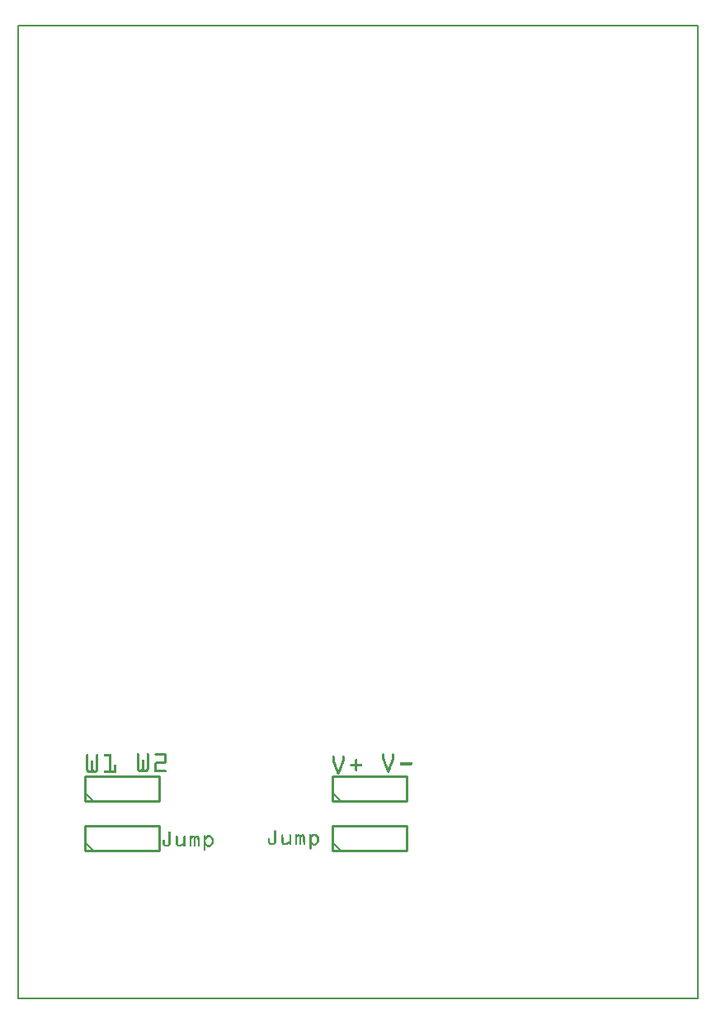
<source format=gto>
G04 MADE WITH FRITZING*
G04 WWW.FRITZING.ORG*
G04 DOUBLE SIDED*
G04 HOLES PLATED*
G04 CONTOUR ON CENTER OF CONTOUR VECTOR*
%ASAXBY*%
%FSLAX23Y23*%
%MOIN*%
%OFA0B0*%
%SFA1.0B1.0*%
%ADD10R,2.755910X3.937010X2.739910X3.921010*%
%ADD11C,0.008000*%
%ADD12C,0.010000*%
%ADD13C,0.005000*%
%ADD14R,0.001000X0.001000*%
%LNSILK1*%
G90*
G70*
G54D11*
X4Y3933D02*
X2752Y3933D01*
X2752Y4D01*
X4Y4D01*
X4Y3933D01*
D02*
G54D12*
X274Y800D02*
X574Y800D01*
D02*
X574Y800D02*
X574Y900D01*
D02*
X574Y900D02*
X274Y900D01*
D02*
X274Y900D02*
X274Y800D01*
G54D13*
D02*
X309Y800D02*
X274Y835D01*
G54D12*
D02*
X1274Y800D02*
X1574Y800D01*
D02*
X1574Y800D02*
X1574Y900D01*
D02*
X1574Y900D02*
X1274Y900D01*
D02*
X1274Y900D02*
X1274Y800D01*
G54D13*
D02*
X1309Y800D02*
X1274Y835D01*
G54D12*
D02*
X1274Y600D02*
X1574Y600D01*
D02*
X1574Y600D02*
X1574Y700D01*
D02*
X1574Y700D02*
X1274Y700D01*
D02*
X1274Y700D02*
X1274Y600D01*
G54D13*
D02*
X1309Y600D02*
X1274Y635D01*
G54D12*
D02*
X274Y600D02*
X574Y600D01*
D02*
X574Y600D02*
X574Y700D01*
D02*
X574Y700D02*
X274Y700D01*
D02*
X274Y700D02*
X274Y600D01*
G54D13*
D02*
X309Y600D02*
X274Y635D01*
G54D14*
X487Y995D02*
X490Y995D01*
X527Y995D02*
X530Y995D01*
X559Y995D02*
X597Y995D01*
X486Y994D02*
X492Y994D01*
X525Y994D02*
X531Y994D01*
X558Y994D02*
X600Y994D01*
X485Y993D02*
X492Y993D01*
X525Y993D02*
X532Y993D01*
X557Y993D02*
X601Y993D01*
X1478Y993D02*
X1482Y993D01*
X1518Y993D02*
X1522Y993D01*
X484Y992D02*
X493Y992D01*
X524Y992D02*
X533Y992D01*
X556Y992D02*
X602Y992D01*
X1477Y992D02*
X1483Y992D01*
X1517Y992D02*
X1523Y992D01*
X281Y991D02*
X286Y991D01*
X321Y991D02*
X326Y991D01*
X353Y991D02*
X380Y991D01*
X484Y991D02*
X493Y991D01*
X524Y991D02*
X533Y991D01*
X556Y991D02*
X603Y991D01*
X1476Y991D02*
X1484Y991D01*
X1516Y991D02*
X1524Y991D01*
X280Y990D02*
X287Y990D01*
X320Y990D02*
X327Y990D01*
X352Y990D02*
X380Y990D01*
X484Y990D02*
X493Y990D01*
X524Y990D02*
X533Y990D01*
X556Y990D02*
X604Y990D01*
X1476Y990D02*
X1485Y990D01*
X1516Y990D02*
X1524Y990D01*
X279Y989D02*
X288Y989D01*
X319Y989D02*
X327Y989D01*
X351Y989D02*
X380Y989D01*
X484Y989D02*
X493Y989D01*
X524Y989D02*
X533Y989D01*
X556Y989D02*
X604Y989D01*
X1476Y989D02*
X1485Y989D01*
X1515Y989D02*
X1524Y989D01*
X279Y988D02*
X288Y988D01*
X319Y988D02*
X328Y988D01*
X351Y988D02*
X380Y988D01*
X484Y988D02*
X493Y988D01*
X524Y988D02*
X533Y988D01*
X557Y988D02*
X604Y988D01*
X1476Y988D02*
X1485Y988D01*
X1515Y988D02*
X1524Y988D01*
X279Y987D02*
X288Y987D01*
X319Y987D02*
X328Y987D01*
X351Y987D02*
X380Y987D01*
X484Y987D02*
X493Y987D01*
X524Y987D02*
X533Y987D01*
X557Y987D02*
X605Y987D01*
X1476Y987D02*
X1485Y987D01*
X1515Y987D02*
X1524Y987D01*
X279Y986D02*
X288Y986D01*
X319Y986D02*
X328Y986D01*
X351Y986D02*
X380Y986D01*
X484Y986D02*
X493Y986D01*
X524Y986D02*
X533Y986D01*
X558Y986D02*
X605Y986D01*
X1476Y986D02*
X1485Y986D01*
X1515Y986D02*
X1524Y986D01*
X279Y985D02*
X288Y985D01*
X319Y985D02*
X328Y985D01*
X351Y985D02*
X380Y985D01*
X484Y985D02*
X493Y985D01*
X524Y985D02*
X533Y985D01*
X596Y985D02*
X605Y985D01*
X1277Y985D02*
X1279Y985D01*
X1317Y985D02*
X1319Y985D01*
X1476Y985D02*
X1485Y985D01*
X1515Y985D02*
X1524Y985D01*
X279Y984D02*
X288Y984D01*
X319Y984D02*
X328Y984D01*
X352Y984D02*
X380Y984D01*
X484Y984D02*
X493Y984D01*
X524Y984D02*
X533Y984D01*
X596Y984D02*
X605Y984D01*
X1276Y984D02*
X1281Y984D01*
X1315Y984D02*
X1321Y984D01*
X1476Y984D02*
X1485Y984D01*
X1515Y984D02*
X1524Y984D01*
X279Y983D02*
X288Y983D01*
X319Y983D02*
X328Y983D01*
X353Y983D02*
X380Y983D01*
X484Y983D02*
X493Y983D01*
X524Y983D02*
X533Y983D01*
X596Y983D02*
X605Y983D01*
X1275Y983D02*
X1282Y983D01*
X1314Y983D02*
X1322Y983D01*
X1476Y983D02*
X1485Y983D01*
X1515Y983D02*
X1524Y983D01*
X279Y982D02*
X288Y982D01*
X319Y982D02*
X328Y982D01*
X355Y982D02*
X380Y982D01*
X484Y982D02*
X493Y982D01*
X524Y982D02*
X533Y982D01*
X596Y982D02*
X605Y982D01*
X1274Y982D02*
X1283Y982D01*
X1314Y982D02*
X1322Y982D01*
X1476Y982D02*
X1485Y982D01*
X1515Y982D02*
X1524Y982D01*
X279Y981D02*
X288Y981D01*
X319Y981D02*
X328Y981D01*
X371Y981D02*
X380Y981D01*
X484Y981D02*
X493Y981D01*
X524Y981D02*
X533Y981D01*
X596Y981D02*
X605Y981D01*
X1274Y981D02*
X1283Y981D01*
X1314Y981D02*
X1323Y981D01*
X1476Y981D02*
X1485Y981D01*
X1515Y981D02*
X1524Y981D01*
X279Y980D02*
X288Y980D01*
X319Y980D02*
X328Y980D01*
X371Y980D02*
X380Y980D01*
X484Y980D02*
X493Y980D01*
X524Y980D02*
X533Y980D01*
X596Y980D02*
X605Y980D01*
X1274Y980D02*
X1283Y980D01*
X1314Y980D02*
X1323Y980D01*
X1476Y980D02*
X1485Y980D01*
X1515Y980D02*
X1524Y980D01*
X279Y979D02*
X288Y979D01*
X319Y979D02*
X328Y979D01*
X371Y979D02*
X380Y979D01*
X484Y979D02*
X493Y979D01*
X524Y979D02*
X533Y979D01*
X596Y979D02*
X605Y979D01*
X1274Y979D02*
X1283Y979D01*
X1314Y979D02*
X1323Y979D01*
X1476Y979D02*
X1485Y979D01*
X1515Y979D02*
X1524Y979D01*
X279Y978D02*
X288Y978D01*
X319Y978D02*
X328Y978D01*
X371Y978D02*
X380Y978D01*
X484Y978D02*
X493Y978D01*
X524Y978D02*
X533Y978D01*
X596Y978D02*
X605Y978D01*
X1274Y978D02*
X1283Y978D01*
X1314Y978D02*
X1323Y978D01*
X1476Y978D02*
X1485Y978D01*
X1515Y978D02*
X1524Y978D01*
X279Y977D02*
X288Y977D01*
X319Y977D02*
X328Y977D01*
X371Y977D02*
X380Y977D01*
X484Y977D02*
X493Y977D01*
X524Y977D02*
X533Y977D01*
X596Y977D02*
X605Y977D01*
X1274Y977D02*
X1283Y977D01*
X1314Y977D02*
X1323Y977D01*
X1476Y977D02*
X1485Y977D01*
X1515Y977D02*
X1524Y977D01*
X279Y976D02*
X288Y976D01*
X319Y976D02*
X328Y976D01*
X371Y976D02*
X380Y976D01*
X484Y976D02*
X493Y976D01*
X524Y976D02*
X533Y976D01*
X596Y976D02*
X605Y976D01*
X1274Y976D02*
X1283Y976D01*
X1314Y976D02*
X1323Y976D01*
X1476Y976D02*
X1485Y976D01*
X1515Y976D02*
X1524Y976D01*
X279Y975D02*
X288Y975D01*
X319Y975D02*
X328Y975D01*
X371Y975D02*
X380Y975D01*
X484Y975D02*
X493Y975D01*
X524Y975D02*
X533Y975D01*
X596Y975D02*
X605Y975D01*
X1274Y975D02*
X1283Y975D01*
X1314Y975D02*
X1323Y975D01*
X1476Y975D02*
X1485Y975D01*
X1515Y975D02*
X1524Y975D01*
X279Y974D02*
X288Y974D01*
X319Y974D02*
X328Y974D01*
X371Y974D02*
X380Y974D01*
X484Y974D02*
X493Y974D01*
X524Y974D02*
X533Y974D01*
X596Y974D02*
X605Y974D01*
X1274Y974D02*
X1283Y974D01*
X1314Y974D02*
X1323Y974D01*
X1476Y974D02*
X1485Y974D01*
X1515Y974D02*
X1524Y974D01*
X279Y973D02*
X288Y973D01*
X319Y973D02*
X328Y973D01*
X371Y973D02*
X380Y973D01*
X484Y973D02*
X493Y973D01*
X524Y973D02*
X533Y973D01*
X596Y973D02*
X605Y973D01*
X1274Y973D02*
X1283Y973D01*
X1314Y973D02*
X1323Y973D01*
X1476Y973D02*
X1485Y973D01*
X1515Y973D02*
X1524Y973D01*
X279Y972D02*
X288Y972D01*
X319Y972D02*
X328Y972D01*
X371Y972D02*
X380Y972D01*
X484Y972D02*
X493Y972D01*
X524Y972D02*
X533Y972D01*
X596Y972D02*
X605Y972D01*
X1274Y972D02*
X1283Y972D01*
X1314Y972D02*
X1323Y972D01*
X1476Y972D02*
X1485Y972D01*
X1515Y972D02*
X1524Y972D01*
X279Y971D02*
X288Y971D01*
X319Y971D02*
X328Y971D01*
X371Y971D02*
X380Y971D01*
X484Y971D02*
X493Y971D01*
X524Y971D02*
X533Y971D01*
X596Y971D02*
X605Y971D01*
X1274Y971D02*
X1283Y971D01*
X1314Y971D02*
X1323Y971D01*
X1370Y971D02*
X1371Y971D01*
X1476Y971D02*
X1485Y971D01*
X1515Y971D02*
X1524Y971D01*
X279Y970D02*
X288Y970D01*
X319Y970D02*
X328Y970D01*
X371Y970D02*
X380Y970D01*
X484Y970D02*
X493Y970D01*
X524Y970D02*
X533Y970D01*
X596Y970D02*
X605Y970D01*
X1274Y970D02*
X1283Y970D01*
X1314Y970D02*
X1323Y970D01*
X1368Y970D02*
X1373Y970D01*
X1476Y970D02*
X1486Y970D01*
X1514Y970D02*
X1524Y970D01*
X279Y969D02*
X288Y969D01*
X319Y969D02*
X328Y969D01*
X371Y969D02*
X380Y969D01*
X484Y969D02*
X493Y969D01*
X506Y969D02*
X511Y969D01*
X524Y969D02*
X533Y969D01*
X596Y969D02*
X605Y969D01*
X1274Y969D02*
X1283Y969D01*
X1314Y969D02*
X1323Y969D01*
X1367Y969D02*
X1374Y969D01*
X1476Y969D02*
X1486Y969D01*
X1514Y969D02*
X1524Y969D01*
X279Y968D02*
X288Y968D01*
X319Y968D02*
X328Y968D01*
X371Y968D02*
X380Y968D01*
X484Y968D02*
X493Y968D01*
X505Y968D02*
X512Y968D01*
X524Y968D02*
X533Y968D01*
X596Y968D02*
X605Y968D01*
X1274Y968D02*
X1283Y968D01*
X1314Y968D02*
X1323Y968D01*
X1366Y968D02*
X1374Y968D01*
X1477Y968D02*
X1486Y968D01*
X1514Y968D02*
X1523Y968D01*
X279Y967D02*
X288Y967D01*
X319Y967D02*
X328Y967D01*
X371Y967D02*
X380Y967D01*
X484Y967D02*
X493Y967D01*
X504Y967D02*
X513Y967D01*
X524Y967D02*
X533Y967D01*
X596Y967D02*
X605Y967D01*
X1274Y967D02*
X1283Y967D01*
X1314Y967D02*
X1323Y967D01*
X1366Y967D02*
X1375Y967D01*
X1477Y967D02*
X1487Y967D01*
X1513Y967D02*
X1523Y967D01*
X279Y966D02*
X288Y966D01*
X302Y966D02*
X305Y966D01*
X319Y966D02*
X328Y966D01*
X371Y966D02*
X380Y966D01*
X484Y966D02*
X493Y966D01*
X504Y966D02*
X513Y966D01*
X524Y966D02*
X533Y966D01*
X596Y966D02*
X605Y966D01*
X1274Y966D02*
X1283Y966D01*
X1314Y966D02*
X1323Y966D01*
X1366Y966D02*
X1375Y966D01*
X1477Y966D02*
X1487Y966D01*
X1513Y966D02*
X1523Y966D01*
X279Y965D02*
X288Y965D01*
X300Y965D02*
X306Y965D01*
X319Y965D02*
X328Y965D01*
X371Y965D02*
X380Y965D01*
X484Y965D02*
X493Y965D01*
X504Y965D02*
X513Y965D01*
X524Y965D02*
X533Y965D01*
X596Y965D02*
X605Y965D01*
X1274Y965D02*
X1283Y965D01*
X1314Y965D02*
X1323Y965D01*
X1366Y965D02*
X1375Y965D01*
X1478Y965D02*
X1488Y965D01*
X1512Y965D02*
X1522Y965D01*
X279Y964D02*
X288Y964D01*
X299Y964D02*
X307Y964D01*
X319Y964D02*
X328Y964D01*
X371Y964D02*
X380Y964D01*
X484Y964D02*
X493Y964D01*
X504Y964D02*
X513Y964D01*
X524Y964D02*
X533Y964D01*
X596Y964D02*
X605Y964D01*
X1274Y964D02*
X1283Y964D01*
X1314Y964D02*
X1323Y964D01*
X1366Y964D02*
X1375Y964D01*
X1478Y964D02*
X1488Y964D01*
X1512Y964D02*
X1522Y964D01*
X279Y963D02*
X288Y963D01*
X299Y963D02*
X308Y963D01*
X319Y963D02*
X328Y963D01*
X371Y963D02*
X380Y963D01*
X484Y963D02*
X493Y963D01*
X504Y963D02*
X513Y963D01*
X524Y963D02*
X533Y963D01*
X596Y963D02*
X605Y963D01*
X1274Y963D02*
X1283Y963D01*
X1313Y963D02*
X1323Y963D01*
X1366Y963D02*
X1375Y963D01*
X1479Y963D02*
X1488Y963D01*
X1512Y963D02*
X1521Y963D01*
X279Y962D02*
X288Y962D01*
X299Y962D02*
X308Y962D01*
X319Y962D02*
X328Y962D01*
X371Y962D02*
X380Y962D01*
X484Y962D02*
X493Y962D01*
X504Y962D02*
X513Y962D01*
X524Y962D02*
X533Y962D01*
X596Y962D02*
X605Y962D01*
X1274Y962D02*
X1284Y962D01*
X1313Y962D02*
X1323Y962D01*
X1366Y962D02*
X1375Y962D01*
X1479Y962D02*
X1489Y962D01*
X1511Y962D02*
X1521Y962D01*
X279Y961D02*
X288Y961D01*
X299Y961D02*
X308Y961D01*
X319Y961D02*
X328Y961D01*
X371Y961D02*
X380Y961D01*
X484Y961D02*
X493Y961D01*
X504Y961D02*
X513Y961D01*
X524Y961D02*
X533Y961D01*
X564Y961D02*
X605Y961D01*
X1274Y961D02*
X1284Y961D01*
X1312Y961D02*
X1322Y961D01*
X1366Y961D02*
X1375Y961D01*
X1479Y961D02*
X1489Y961D01*
X1511Y961D02*
X1521Y961D01*
X279Y960D02*
X288Y960D01*
X299Y960D02*
X308Y960D01*
X319Y960D02*
X328Y960D01*
X371Y960D02*
X380Y960D01*
X484Y960D02*
X493Y960D01*
X504Y960D02*
X513Y960D01*
X524Y960D02*
X533Y960D01*
X561Y960D02*
X605Y960D01*
X1275Y960D02*
X1285Y960D01*
X1312Y960D02*
X1322Y960D01*
X1366Y960D02*
X1375Y960D01*
X1480Y960D02*
X1490Y960D01*
X1510Y960D02*
X1520Y960D01*
X279Y959D02*
X288Y959D01*
X299Y959D02*
X308Y959D01*
X319Y959D02*
X328Y959D01*
X371Y959D02*
X380Y959D01*
X484Y959D02*
X493Y959D01*
X504Y959D02*
X513Y959D01*
X524Y959D02*
X533Y959D01*
X560Y959D02*
X605Y959D01*
X1275Y959D02*
X1285Y959D01*
X1312Y959D02*
X1321Y959D01*
X1366Y959D02*
X1375Y959D01*
X1480Y959D02*
X1490Y959D01*
X1510Y959D02*
X1520Y959D01*
X1550Y959D02*
X1594Y959D01*
X279Y958D02*
X288Y958D01*
X299Y958D02*
X308Y958D01*
X319Y958D02*
X328Y958D01*
X371Y958D02*
X380Y958D01*
X484Y958D02*
X493Y958D01*
X504Y958D02*
X513Y958D01*
X524Y958D02*
X533Y958D01*
X559Y958D02*
X604Y958D01*
X1276Y958D02*
X1285Y958D01*
X1311Y958D02*
X1321Y958D01*
X1366Y958D02*
X1375Y958D01*
X1480Y958D02*
X1490Y958D01*
X1510Y958D02*
X1519Y958D01*
X1549Y958D02*
X1595Y958D01*
X279Y957D02*
X288Y957D01*
X299Y957D02*
X308Y957D01*
X319Y957D02*
X328Y957D01*
X371Y957D02*
X380Y957D01*
X484Y957D02*
X493Y957D01*
X504Y957D02*
X513Y957D01*
X524Y957D02*
X533Y957D01*
X558Y957D02*
X604Y957D01*
X1276Y957D02*
X1286Y957D01*
X1311Y957D02*
X1321Y957D01*
X1366Y957D02*
X1375Y957D01*
X1481Y957D02*
X1491Y957D01*
X1509Y957D02*
X1519Y957D01*
X1548Y957D02*
X1596Y957D01*
X279Y956D02*
X288Y956D01*
X299Y956D02*
X308Y956D01*
X319Y956D02*
X328Y956D01*
X371Y956D02*
X380Y956D01*
X484Y956D02*
X493Y956D01*
X504Y956D02*
X513Y956D01*
X524Y956D02*
X533Y956D01*
X557Y956D02*
X603Y956D01*
X1276Y956D02*
X1286Y956D01*
X1310Y956D02*
X1320Y956D01*
X1366Y956D02*
X1375Y956D01*
X1481Y956D02*
X1491Y956D01*
X1509Y956D02*
X1519Y956D01*
X1548Y956D02*
X1596Y956D01*
X279Y955D02*
X288Y955D01*
X299Y955D02*
X308Y955D01*
X319Y955D02*
X328Y955D01*
X371Y955D02*
X380Y955D01*
X484Y955D02*
X493Y955D01*
X504Y955D02*
X513Y955D01*
X524Y955D02*
X533Y955D01*
X557Y955D02*
X603Y955D01*
X1277Y955D02*
X1287Y955D01*
X1310Y955D02*
X1320Y955D01*
X1366Y955D02*
X1375Y955D01*
X1482Y955D02*
X1492Y955D01*
X1508Y955D02*
X1518Y955D01*
X1548Y955D02*
X1596Y955D01*
X279Y954D02*
X288Y954D01*
X299Y954D02*
X308Y954D01*
X319Y954D02*
X328Y954D01*
X371Y954D02*
X380Y954D01*
X484Y954D02*
X493Y954D01*
X504Y954D02*
X513Y954D01*
X524Y954D02*
X533Y954D01*
X556Y954D02*
X602Y954D01*
X1277Y954D02*
X1287Y954D01*
X1310Y954D02*
X1320Y954D01*
X1366Y954D02*
X1375Y954D01*
X1482Y954D02*
X1492Y954D01*
X1508Y954D02*
X1518Y954D01*
X1548Y954D02*
X1596Y954D01*
X279Y953D02*
X288Y953D01*
X299Y953D02*
X308Y953D01*
X319Y953D02*
X328Y953D01*
X371Y953D02*
X380Y953D01*
X484Y953D02*
X493Y953D01*
X504Y953D02*
X513Y953D01*
X524Y953D02*
X533Y953D01*
X556Y953D02*
X600Y953D01*
X1277Y953D02*
X1287Y953D01*
X1309Y953D02*
X1319Y953D01*
X1366Y953D02*
X1375Y953D01*
X1482Y953D02*
X1492Y953D01*
X1508Y953D02*
X1518Y953D01*
X1548Y953D02*
X1596Y953D01*
X279Y952D02*
X288Y952D01*
X299Y952D02*
X308Y952D01*
X319Y952D02*
X328Y952D01*
X371Y952D02*
X380Y952D01*
X484Y952D02*
X493Y952D01*
X504Y952D02*
X513Y952D01*
X524Y952D02*
X533Y952D01*
X556Y952D02*
X598Y952D01*
X1278Y952D02*
X1288Y952D01*
X1309Y952D02*
X1319Y952D01*
X1366Y952D02*
X1375Y952D01*
X1483Y952D02*
X1493Y952D01*
X1507Y952D02*
X1517Y952D01*
X1548Y952D02*
X1596Y952D01*
X279Y951D02*
X288Y951D01*
X299Y951D02*
X308Y951D01*
X319Y951D02*
X328Y951D01*
X371Y951D02*
X380Y951D01*
X484Y951D02*
X493Y951D01*
X504Y951D02*
X513Y951D01*
X524Y951D02*
X533Y951D01*
X556Y951D02*
X565Y951D01*
X1278Y951D02*
X1288Y951D01*
X1308Y951D02*
X1318Y951D01*
X1349Y951D02*
X1391Y951D01*
X1483Y951D02*
X1493Y951D01*
X1507Y951D02*
X1517Y951D01*
X1548Y951D02*
X1596Y951D01*
X279Y950D02*
X288Y950D01*
X299Y950D02*
X308Y950D01*
X319Y950D02*
X328Y950D01*
X371Y950D02*
X380Y950D01*
X484Y950D02*
X493Y950D01*
X504Y950D02*
X513Y950D01*
X524Y950D02*
X533Y950D01*
X556Y950D02*
X565Y950D01*
X1279Y950D02*
X1289Y950D01*
X1308Y950D02*
X1318Y950D01*
X1348Y950D02*
X1393Y950D01*
X1484Y950D02*
X1494Y950D01*
X1506Y950D02*
X1516Y950D01*
X1548Y950D02*
X1596Y950D01*
X279Y949D02*
X288Y949D01*
X299Y949D02*
X308Y949D01*
X319Y949D02*
X328Y949D01*
X371Y949D02*
X380Y949D01*
X393Y949D02*
X397Y949D01*
X484Y949D02*
X493Y949D01*
X504Y949D02*
X513Y949D01*
X524Y949D02*
X533Y949D01*
X556Y949D02*
X565Y949D01*
X1279Y949D02*
X1289Y949D01*
X1308Y949D02*
X1318Y949D01*
X1347Y949D02*
X1394Y949D01*
X1484Y949D02*
X1494Y949D01*
X1506Y949D02*
X1516Y949D01*
X1548Y949D02*
X1596Y949D01*
X279Y948D02*
X288Y948D01*
X299Y948D02*
X308Y948D01*
X319Y948D02*
X328Y948D01*
X371Y948D02*
X380Y948D01*
X392Y948D02*
X398Y948D01*
X484Y948D02*
X493Y948D01*
X504Y948D02*
X513Y948D01*
X524Y948D02*
X533Y948D01*
X556Y948D02*
X565Y948D01*
X1279Y948D02*
X1289Y948D01*
X1307Y948D02*
X1317Y948D01*
X1346Y948D02*
X1394Y948D01*
X1484Y948D02*
X1494Y948D01*
X1506Y948D02*
X1516Y948D01*
X1548Y948D02*
X1596Y948D01*
X279Y947D02*
X288Y947D01*
X299Y947D02*
X308Y947D01*
X319Y947D02*
X328Y947D01*
X371Y947D02*
X380Y947D01*
X391Y947D02*
X399Y947D01*
X484Y947D02*
X493Y947D01*
X504Y947D02*
X513Y947D01*
X524Y947D02*
X533Y947D01*
X556Y947D02*
X565Y947D01*
X1280Y947D02*
X1290Y947D01*
X1307Y947D02*
X1317Y947D01*
X1346Y947D02*
X1395Y947D01*
X1485Y947D02*
X1495Y947D01*
X1505Y947D02*
X1515Y947D01*
X1549Y947D02*
X1595Y947D01*
X279Y946D02*
X288Y946D01*
X299Y946D02*
X308Y946D01*
X319Y946D02*
X328Y946D01*
X371Y946D02*
X380Y946D01*
X391Y946D02*
X399Y946D01*
X484Y946D02*
X493Y946D01*
X504Y946D02*
X513Y946D01*
X524Y946D02*
X533Y946D01*
X556Y946D02*
X565Y946D01*
X1280Y946D02*
X1290Y946D01*
X1307Y946D02*
X1316Y946D01*
X1346Y946D02*
X1395Y946D01*
X1485Y946D02*
X1495Y946D01*
X1505Y946D02*
X1515Y946D01*
X1550Y946D02*
X1594Y946D01*
X279Y945D02*
X288Y945D01*
X299Y945D02*
X308Y945D01*
X319Y945D02*
X328Y945D01*
X371Y945D02*
X380Y945D01*
X391Y945D02*
X400Y945D01*
X484Y945D02*
X493Y945D01*
X504Y945D02*
X513Y945D01*
X524Y945D02*
X533Y945D01*
X556Y945D02*
X565Y945D01*
X1281Y945D02*
X1291Y945D01*
X1306Y945D02*
X1316Y945D01*
X1346Y945D02*
X1395Y945D01*
X1486Y945D02*
X1495Y945D01*
X1505Y945D02*
X1514Y945D01*
X279Y944D02*
X288Y944D01*
X299Y944D02*
X308Y944D01*
X319Y944D02*
X328Y944D01*
X371Y944D02*
X380Y944D01*
X391Y944D02*
X400Y944D01*
X484Y944D02*
X493Y944D01*
X504Y944D02*
X513Y944D01*
X524Y944D02*
X533Y944D01*
X556Y944D02*
X565Y944D01*
X1281Y944D02*
X1291Y944D01*
X1306Y944D02*
X1316Y944D01*
X1346Y944D02*
X1394Y944D01*
X1486Y944D02*
X1496Y944D01*
X1504Y944D02*
X1514Y944D01*
X279Y943D02*
X288Y943D01*
X299Y943D02*
X308Y943D01*
X319Y943D02*
X328Y943D01*
X371Y943D02*
X380Y943D01*
X391Y943D02*
X400Y943D01*
X484Y943D02*
X493Y943D01*
X504Y943D02*
X513Y943D01*
X524Y943D02*
X533Y943D01*
X556Y943D02*
X565Y943D01*
X1281Y943D02*
X1291Y943D01*
X1305Y943D02*
X1315Y943D01*
X1347Y943D02*
X1393Y943D01*
X1486Y943D02*
X1496Y943D01*
X1504Y943D02*
X1514Y943D01*
X279Y942D02*
X288Y942D01*
X299Y942D02*
X308Y942D01*
X319Y942D02*
X328Y942D01*
X371Y942D02*
X380Y942D01*
X391Y942D02*
X400Y942D01*
X484Y942D02*
X493Y942D01*
X504Y942D02*
X513Y942D01*
X524Y942D02*
X533Y942D01*
X556Y942D02*
X565Y942D01*
X1282Y942D02*
X1292Y942D01*
X1305Y942D02*
X1315Y942D01*
X1348Y942D02*
X1392Y942D01*
X1487Y942D02*
X1497Y942D01*
X1503Y942D02*
X1513Y942D01*
X279Y941D02*
X288Y941D01*
X299Y941D02*
X308Y941D01*
X319Y941D02*
X328Y941D01*
X371Y941D02*
X380Y941D01*
X391Y941D02*
X400Y941D01*
X484Y941D02*
X493Y941D01*
X504Y941D02*
X513Y941D01*
X524Y941D02*
X533Y941D01*
X556Y941D02*
X565Y941D01*
X1282Y941D02*
X1292Y941D01*
X1305Y941D02*
X1314Y941D01*
X1366Y941D02*
X1375Y941D01*
X1487Y941D02*
X1497Y941D01*
X1503Y941D02*
X1513Y941D01*
X279Y940D02*
X288Y940D01*
X299Y940D02*
X308Y940D01*
X319Y940D02*
X328Y940D01*
X371Y940D02*
X380Y940D01*
X391Y940D02*
X400Y940D01*
X484Y940D02*
X493Y940D01*
X504Y940D02*
X513Y940D01*
X524Y940D02*
X533Y940D01*
X556Y940D02*
X565Y940D01*
X1283Y940D02*
X1292Y940D01*
X1304Y940D02*
X1314Y940D01*
X1366Y940D02*
X1375Y940D01*
X1487Y940D02*
X1497Y940D01*
X1503Y940D02*
X1512Y940D01*
X279Y939D02*
X288Y939D01*
X299Y939D02*
X308Y939D01*
X319Y939D02*
X328Y939D01*
X371Y939D02*
X380Y939D01*
X391Y939D02*
X400Y939D01*
X484Y939D02*
X493Y939D01*
X504Y939D02*
X513Y939D01*
X524Y939D02*
X533Y939D01*
X556Y939D02*
X565Y939D01*
X1283Y939D02*
X1293Y939D01*
X1304Y939D02*
X1314Y939D01*
X1366Y939D02*
X1375Y939D01*
X1488Y939D02*
X1498Y939D01*
X1502Y939D02*
X1512Y939D01*
X279Y938D02*
X288Y938D01*
X299Y938D02*
X308Y938D01*
X319Y938D02*
X328Y938D01*
X371Y938D02*
X380Y938D01*
X391Y938D02*
X400Y938D01*
X484Y938D02*
X493Y938D01*
X504Y938D02*
X513Y938D01*
X524Y938D02*
X533Y938D01*
X556Y938D02*
X565Y938D01*
X1283Y938D02*
X1293Y938D01*
X1303Y938D02*
X1313Y938D01*
X1366Y938D02*
X1375Y938D01*
X1488Y938D02*
X1498Y938D01*
X1502Y938D02*
X1512Y938D01*
X279Y937D02*
X288Y937D01*
X299Y937D02*
X308Y937D01*
X319Y937D02*
X328Y937D01*
X371Y937D02*
X380Y937D01*
X391Y937D02*
X400Y937D01*
X484Y937D02*
X493Y937D01*
X504Y937D02*
X513Y937D01*
X524Y937D02*
X533Y937D01*
X556Y937D02*
X565Y937D01*
X1284Y937D02*
X1294Y937D01*
X1303Y937D02*
X1313Y937D01*
X1366Y937D02*
X1375Y937D01*
X1489Y937D02*
X1499Y937D01*
X1501Y937D02*
X1511Y937D01*
X279Y936D02*
X288Y936D01*
X299Y936D02*
X308Y936D01*
X319Y936D02*
X328Y936D01*
X371Y936D02*
X380Y936D01*
X391Y936D02*
X400Y936D01*
X484Y936D02*
X493Y936D01*
X504Y936D02*
X513Y936D01*
X524Y936D02*
X533Y936D01*
X556Y936D02*
X565Y936D01*
X1284Y936D02*
X1294Y936D01*
X1303Y936D02*
X1312Y936D01*
X1366Y936D02*
X1375Y936D01*
X1489Y936D02*
X1499Y936D01*
X1501Y936D02*
X1511Y936D01*
X279Y935D02*
X288Y935D01*
X299Y935D02*
X308Y935D01*
X319Y935D02*
X328Y935D01*
X371Y935D02*
X380Y935D01*
X391Y935D02*
X400Y935D01*
X484Y935D02*
X493Y935D01*
X504Y935D02*
X513Y935D01*
X524Y935D02*
X533Y935D01*
X556Y935D02*
X565Y935D01*
X1284Y935D02*
X1294Y935D01*
X1302Y935D02*
X1312Y935D01*
X1366Y935D02*
X1375Y935D01*
X1489Y935D02*
X1511Y935D01*
X279Y934D02*
X288Y934D01*
X299Y934D02*
X308Y934D01*
X319Y934D02*
X328Y934D01*
X371Y934D02*
X380Y934D01*
X391Y934D02*
X400Y934D01*
X484Y934D02*
X493Y934D01*
X504Y934D02*
X513Y934D01*
X524Y934D02*
X533Y934D01*
X556Y934D02*
X565Y934D01*
X1285Y934D02*
X1295Y934D01*
X1302Y934D02*
X1312Y934D01*
X1366Y934D02*
X1375Y934D01*
X1490Y934D02*
X1510Y934D01*
X279Y933D02*
X288Y933D01*
X299Y933D02*
X308Y933D01*
X319Y933D02*
X328Y933D01*
X371Y933D02*
X380Y933D01*
X391Y933D02*
X400Y933D01*
X484Y933D02*
X493Y933D01*
X504Y933D02*
X513Y933D01*
X524Y933D02*
X533Y933D01*
X556Y933D02*
X565Y933D01*
X1285Y933D02*
X1295Y933D01*
X1301Y933D02*
X1311Y933D01*
X1366Y933D02*
X1375Y933D01*
X1490Y933D02*
X1510Y933D01*
X279Y932D02*
X288Y932D01*
X299Y932D02*
X308Y932D01*
X319Y932D02*
X328Y932D01*
X371Y932D02*
X380Y932D01*
X391Y932D02*
X400Y932D01*
X484Y932D02*
X493Y932D01*
X504Y932D02*
X513Y932D01*
X524Y932D02*
X533Y932D01*
X556Y932D02*
X565Y932D01*
X1286Y932D02*
X1296Y932D01*
X1301Y932D02*
X1311Y932D01*
X1366Y932D02*
X1375Y932D01*
X1491Y932D02*
X1509Y932D01*
X279Y931D02*
X288Y931D01*
X299Y931D02*
X308Y931D01*
X319Y931D02*
X328Y931D01*
X371Y931D02*
X380Y931D01*
X391Y931D02*
X400Y931D01*
X484Y931D02*
X494Y931D01*
X503Y931D02*
X514Y931D01*
X523Y931D02*
X533Y931D01*
X556Y931D02*
X565Y931D01*
X1286Y931D02*
X1296Y931D01*
X1301Y931D02*
X1311Y931D01*
X1366Y931D02*
X1375Y931D01*
X1491Y931D02*
X1509Y931D01*
X279Y930D02*
X288Y930D01*
X299Y930D02*
X308Y930D01*
X319Y930D02*
X328Y930D01*
X371Y930D02*
X380Y930D01*
X391Y930D02*
X400Y930D01*
X484Y930D02*
X495Y930D01*
X503Y930D02*
X514Y930D01*
X522Y930D02*
X533Y930D01*
X556Y930D02*
X565Y930D01*
X1286Y930D02*
X1296Y930D01*
X1300Y930D02*
X1310Y930D01*
X1366Y930D02*
X1375Y930D01*
X1491Y930D02*
X1509Y930D01*
X279Y929D02*
X288Y929D01*
X299Y929D02*
X308Y929D01*
X319Y929D02*
X328Y929D01*
X371Y929D02*
X380Y929D01*
X391Y929D02*
X400Y929D01*
X484Y929D02*
X495Y929D01*
X502Y929D02*
X515Y929D01*
X522Y929D02*
X533Y929D01*
X556Y929D02*
X565Y929D01*
X1287Y929D02*
X1297Y929D01*
X1300Y929D02*
X1310Y929D01*
X1366Y929D02*
X1375Y929D01*
X1492Y929D02*
X1508Y929D01*
X279Y928D02*
X289Y928D01*
X298Y928D02*
X309Y928D01*
X318Y928D02*
X328Y928D01*
X371Y928D02*
X380Y928D01*
X391Y928D02*
X400Y928D01*
X485Y928D02*
X496Y928D01*
X501Y928D02*
X515Y928D01*
X521Y928D02*
X532Y928D01*
X556Y928D02*
X565Y928D01*
X1287Y928D02*
X1297Y928D01*
X1299Y928D02*
X1309Y928D01*
X1366Y928D02*
X1375Y928D01*
X1492Y928D02*
X1508Y928D01*
X279Y927D02*
X289Y927D01*
X298Y927D02*
X309Y927D01*
X318Y927D02*
X328Y927D01*
X371Y927D02*
X380Y927D01*
X391Y927D02*
X400Y927D01*
X486Y927D02*
X531Y927D01*
X556Y927D02*
X602Y927D01*
X1288Y927D02*
X1309Y927D01*
X1366Y927D02*
X1375Y927D01*
X1493Y927D02*
X1507Y927D01*
X279Y926D02*
X290Y926D01*
X297Y926D02*
X310Y926D01*
X317Y926D02*
X328Y926D01*
X371Y926D02*
X380Y926D01*
X391Y926D02*
X400Y926D01*
X486Y926D02*
X531Y926D01*
X556Y926D02*
X603Y926D01*
X1288Y926D02*
X1309Y926D01*
X1366Y926D02*
X1375Y926D01*
X1493Y926D02*
X1507Y926D01*
X280Y925D02*
X290Y925D01*
X296Y925D02*
X310Y925D01*
X316Y925D02*
X327Y925D01*
X371Y925D02*
X380Y925D01*
X391Y925D02*
X400Y925D01*
X487Y925D02*
X530Y925D01*
X556Y925D02*
X604Y925D01*
X1288Y925D02*
X1308Y925D01*
X1366Y925D02*
X1375Y925D01*
X1493Y925D02*
X1507Y925D01*
X280Y924D02*
X326Y924D01*
X355Y924D02*
X400Y924D01*
X487Y924D02*
X530Y924D01*
X556Y924D02*
X605Y924D01*
X1289Y924D02*
X1308Y924D01*
X1366Y924D02*
X1374Y924D01*
X1494Y924D02*
X1506Y924D01*
X281Y923D02*
X326Y923D01*
X353Y923D02*
X400Y923D01*
X488Y923D02*
X529Y923D01*
X556Y923D02*
X605Y923D01*
X1289Y923D02*
X1307Y923D01*
X1367Y923D02*
X1373Y923D01*
X1494Y923D02*
X1506Y923D01*
X281Y922D02*
X325Y922D01*
X352Y922D02*
X400Y922D01*
X488Y922D02*
X528Y922D01*
X556Y922D02*
X605Y922D01*
X1290Y922D02*
X1307Y922D01*
X1368Y922D02*
X1372Y922D01*
X1494Y922D02*
X1505Y922D01*
X282Y921D02*
X325Y921D01*
X351Y921D02*
X400Y921D01*
X489Y921D02*
X528Y921D01*
X556Y921D02*
X605Y921D01*
X1290Y921D02*
X1307Y921D01*
X1495Y921D02*
X1505Y921D01*
X283Y920D02*
X324Y920D01*
X351Y920D02*
X400Y920D01*
X490Y920D02*
X507Y920D01*
X509Y920D02*
X527Y920D01*
X556Y920D02*
X604Y920D01*
X1290Y920D02*
X1306Y920D01*
X1495Y920D02*
X1505Y920D01*
X283Y919D02*
X324Y919D01*
X351Y919D02*
X400Y919D01*
X490Y919D02*
X507Y919D01*
X510Y919D02*
X527Y919D01*
X556Y919D02*
X604Y919D01*
X1291Y919D02*
X1306Y919D01*
X1496Y919D02*
X1504Y919D01*
X284Y918D02*
X323Y918D01*
X351Y918D02*
X400Y918D01*
X492Y918D02*
X505Y918D01*
X511Y918D02*
X525Y918D01*
X556Y918D02*
X602Y918D01*
X1291Y918D02*
X1305Y918D01*
X1496Y918D02*
X1504Y918D01*
X284Y917D02*
X322Y917D01*
X351Y917D02*
X399Y917D01*
X1291Y917D02*
X1305Y917D01*
X1497Y917D02*
X1503Y917D01*
X285Y916D02*
X302Y916D01*
X305Y916D02*
X322Y916D01*
X352Y916D02*
X399Y916D01*
X1292Y916D02*
X1305Y916D01*
X1498Y916D02*
X1502Y916D01*
X286Y915D02*
X301Y915D01*
X306Y915D02*
X321Y915D01*
X353Y915D02*
X398Y915D01*
X1292Y915D02*
X1304Y915D01*
X288Y914D02*
X298Y914D01*
X308Y914D02*
X318Y914D01*
X355Y914D02*
X395Y914D01*
X1293Y914D02*
X1304Y914D01*
X1293Y913D02*
X1304Y913D01*
X1293Y912D02*
X1303Y912D01*
X1294Y911D02*
X1303Y911D01*
X1294Y910D02*
X1302Y910D01*
X1295Y909D02*
X1302Y909D01*
X1296Y908D02*
X1301Y908D01*
X1041Y684D02*
X1044Y684D01*
X1040Y683D02*
X1045Y683D01*
X1039Y682D02*
X1046Y682D01*
X1039Y681D02*
X1046Y681D01*
X1039Y680D02*
X1046Y680D01*
X616Y679D02*
X616Y679D01*
X1039Y679D02*
X1046Y679D01*
X614Y678D02*
X618Y678D01*
X1039Y678D02*
X1046Y678D01*
X613Y677D02*
X619Y677D01*
X1039Y677D02*
X1046Y677D01*
X613Y676D02*
X619Y676D01*
X1039Y676D02*
X1046Y676D01*
X613Y675D02*
X620Y675D01*
X1039Y675D02*
X1046Y675D01*
X613Y674D02*
X620Y674D01*
X1039Y674D02*
X1046Y674D01*
X613Y673D02*
X620Y673D01*
X1039Y673D02*
X1046Y673D01*
X613Y672D02*
X620Y672D01*
X1039Y672D02*
X1046Y672D01*
X613Y671D02*
X620Y671D01*
X1039Y671D02*
X1046Y671D01*
X613Y670D02*
X620Y670D01*
X1039Y670D02*
X1046Y670D01*
X613Y669D02*
X620Y669D01*
X1039Y669D02*
X1046Y669D01*
X1183Y669D02*
X1187Y669D01*
X1196Y669D02*
X1205Y669D01*
X613Y668D02*
X620Y668D01*
X1039Y668D02*
X1046Y668D01*
X1071Y668D02*
X1072Y668D01*
X1103Y668D02*
X1103Y668D01*
X1128Y668D02*
X1128Y668D01*
X1138Y668D02*
X1139Y668D01*
X1182Y668D02*
X1188Y668D01*
X1194Y668D02*
X1207Y668D01*
X613Y667D02*
X620Y667D01*
X1039Y667D02*
X1046Y667D01*
X1070Y667D02*
X1074Y667D01*
X1101Y667D02*
X1105Y667D01*
X1126Y667D02*
X1130Y667D01*
X1135Y667D02*
X1142Y667D01*
X1150Y667D02*
X1157Y667D01*
X1182Y667D02*
X1188Y667D01*
X1193Y667D02*
X1209Y667D01*
X613Y666D02*
X620Y666D01*
X1039Y666D02*
X1046Y666D01*
X1069Y666D02*
X1075Y666D01*
X1100Y666D02*
X1106Y666D01*
X1125Y666D02*
X1131Y666D01*
X1133Y666D02*
X1144Y666D01*
X1149Y666D02*
X1159Y666D01*
X1182Y666D02*
X1189Y666D01*
X1192Y666D02*
X1210Y666D01*
X613Y665D02*
X620Y665D01*
X1039Y665D02*
X1046Y665D01*
X1068Y665D02*
X1075Y665D01*
X1100Y665D02*
X1106Y665D01*
X1124Y665D02*
X1145Y665D01*
X1147Y665D02*
X1160Y665D01*
X1182Y665D02*
X1189Y665D01*
X1191Y665D02*
X1211Y665D01*
X613Y664D02*
X620Y664D01*
X1039Y664D02*
X1046Y664D01*
X1068Y664D02*
X1075Y664D01*
X1100Y664D02*
X1106Y664D01*
X1124Y664D02*
X1161Y664D01*
X1182Y664D02*
X1212Y664D01*
X613Y663D02*
X620Y663D01*
X757Y663D02*
X761Y663D01*
X769Y663D02*
X779Y663D01*
X1039Y663D02*
X1046Y663D01*
X1068Y663D02*
X1075Y663D01*
X1100Y663D02*
X1106Y663D01*
X1124Y663D02*
X1161Y663D01*
X1182Y663D02*
X1213Y663D01*
X613Y662D02*
X620Y662D01*
X644Y662D02*
X646Y662D01*
X676Y662D02*
X678Y662D01*
X700Y662D02*
X702Y662D01*
X710Y662D02*
X714Y662D01*
X726Y662D02*
X728Y662D01*
X756Y662D02*
X762Y662D01*
X768Y662D02*
X781Y662D01*
X1039Y662D02*
X1046Y662D01*
X1068Y662D02*
X1075Y662D01*
X1100Y662D02*
X1106Y662D01*
X1124Y662D02*
X1162Y662D01*
X1182Y662D02*
X1215Y662D01*
X613Y661D02*
X620Y661D01*
X643Y661D02*
X648Y661D01*
X674Y661D02*
X679Y661D01*
X699Y661D02*
X704Y661D01*
X708Y661D02*
X716Y661D01*
X723Y661D02*
X731Y661D01*
X755Y661D02*
X762Y661D01*
X766Y661D02*
X783Y661D01*
X1039Y661D02*
X1046Y661D01*
X1068Y661D02*
X1075Y661D01*
X1100Y661D02*
X1106Y661D01*
X1124Y661D02*
X1162Y661D01*
X1182Y661D02*
X1197Y661D01*
X1204Y661D02*
X1216Y661D01*
X613Y660D02*
X620Y660D01*
X642Y660D02*
X648Y660D01*
X674Y660D02*
X680Y660D01*
X698Y660D02*
X718Y660D01*
X722Y660D02*
X733Y660D01*
X755Y660D02*
X762Y660D01*
X765Y660D02*
X784Y660D01*
X1039Y660D02*
X1046Y660D01*
X1068Y660D02*
X1075Y660D01*
X1100Y660D02*
X1106Y660D01*
X1124Y660D02*
X1137Y660D01*
X1139Y660D02*
X1153Y660D01*
X1155Y660D02*
X1162Y660D01*
X1182Y660D02*
X1196Y660D01*
X1206Y660D02*
X1217Y660D01*
X613Y659D02*
X620Y659D01*
X642Y659D02*
X649Y659D01*
X673Y659D02*
X680Y659D01*
X698Y659D02*
X719Y659D01*
X721Y659D02*
X734Y659D01*
X755Y659D02*
X762Y659D01*
X764Y659D02*
X785Y659D01*
X1039Y659D02*
X1046Y659D01*
X1068Y659D02*
X1075Y659D01*
X1100Y659D02*
X1106Y659D01*
X1124Y659D02*
X1136Y659D01*
X1140Y659D02*
X1152Y659D01*
X1156Y659D02*
X1163Y659D01*
X1182Y659D02*
X1195Y659D01*
X1207Y659D02*
X1217Y659D01*
X613Y658D02*
X620Y658D01*
X642Y658D02*
X649Y658D01*
X673Y658D02*
X680Y658D01*
X698Y658D02*
X735Y658D01*
X755Y658D02*
X786Y658D01*
X1039Y658D02*
X1046Y658D01*
X1068Y658D02*
X1075Y658D01*
X1100Y658D02*
X1106Y658D01*
X1124Y658D02*
X1135Y658D01*
X1141Y658D02*
X1150Y658D01*
X1156Y658D02*
X1163Y658D01*
X1182Y658D02*
X1194Y658D01*
X1208Y658D02*
X1218Y658D01*
X613Y657D02*
X620Y657D01*
X642Y657D02*
X649Y657D01*
X673Y657D02*
X680Y657D01*
X698Y657D02*
X735Y657D01*
X755Y657D02*
X787Y657D01*
X1039Y657D02*
X1046Y657D01*
X1069Y657D02*
X1075Y657D01*
X1100Y657D02*
X1106Y657D01*
X1124Y657D02*
X1134Y657D01*
X1141Y657D02*
X1149Y657D01*
X1156Y657D02*
X1163Y657D01*
X1182Y657D02*
X1193Y657D01*
X1209Y657D02*
X1219Y657D01*
X613Y656D02*
X620Y656D01*
X642Y656D02*
X649Y656D01*
X673Y656D02*
X680Y656D01*
X698Y656D02*
X736Y656D01*
X755Y656D02*
X773Y656D01*
X776Y656D02*
X789Y656D01*
X1039Y656D02*
X1046Y656D01*
X1069Y656D02*
X1075Y656D01*
X1100Y656D02*
X1106Y656D01*
X1124Y656D02*
X1132Y656D01*
X1141Y656D02*
X1148Y656D01*
X1156Y656D02*
X1163Y656D01*
X1182Y656D02*
X1192Y656D01*
X1210Y656D02*
X1219Y656D01*
X613Y655D02*
X620Y655D01*
X642Y655D02*
X649Y655D01*
X673Y655D02*
X680Y655D01*
X698Y655D02*
X736Y655D01*
X755Y655D02*
X771Y655D01*
X778Y655D02*
X790Y655D01*
X1039Y655D02*
X1046Y655D01*
X1069Y655D02*
X1075Y655D01*
X1100Y655D02*
X1106Y655D01*
X1124Y655D02*
X1131Y655D01*
X1141Y655D02*
X1148Y655D01*
X1156Y655D02*
X1163Y655D01*
X1182Y655D02*
X1191Y655D01*
X1211Y655D02*
X1220Y655D01*
X613Y654D02*
X620Y654D01*
X642Y654D02*
X649Y654D01*
X673Y654D02*
X680Y654D01*
X698Y654D02*
X710Y654D01*
X714Y654D02*
X726Y654D01*
X729Y654D02*
X736Y654D01*
X755Y654D02*
X769Y654D01*
X780Y654D02*
X790Y654D01*
X1039Y654D02*
X1046Y654D01*
X1069Y654D02*
X1076Y654D01*
X1100Y654D02*
X1106Y654D01*
X1124Y654D02*
X1131Y654D01*
X1141Y654D02*
X1148Y654D01*
X1156Y654D02*
X1163Y654D01*
X1182Y654D02*
X1190Y654D01*
X1212Y654D02*
X1220Y654D01*
X613Y653D02*
X620Y653D01*
X642Y653D02*
X649Y653D01*
X673Y653D02*
X680Y653D01*
X698Y653D02*
X709Y653D01*
X714Y653D02*
X725Y653D01*
X729Y653D02*
X736Y653D01*
X755Y653D02*
X769Y653D01*
X781Y653D02*
X791Y653D01*
X1039Y653D02*
X1046Y653D01*
X1069Y653D02*
X1076Y653D01*
X1100Y653D02*
X1106Y653D01*
X1124Y653D02*
X1131Y653D01*
X1141Y653D02*
X1148Y653D01*
X1156Y653D02*
X1163Y653D01*
X1182Y653D02*
X1189Y653D01*
X1213Y653D02*
X1220Y653D01*
X613Y652D02*
X620Y652D01*
X642Y652D02*
X649Y652D01*
X673Y652D02*
X680Y652D01*
X698Y652D02*
X708Y652D01*
X714Y652D02*
X724Y652D01*
X729Y652D02*
X736Y652D01*
X755Y652D02*
X768Y652D01*
X782Y652D02*
X792Y652D01*
X1039Y652D02*
X1046Y652D01*
X1069Y652D02*
X1076Y652D01*
X1100Y652D02*
X1106Y652D01*
X1124Y652D02*
X1131Y652D01*
X1141Y652D02*
X1148Y652D01*
X1156Y652D02*
X1163Y652D01*
X1182Y652D02*
X1189Y652D01*
X1213Y652D02*
X1220Y652D01*
X613Y651D02*
X620Y651D01*
X642Y651D02*
X649Y651D01*
X673Y651D02*
X680Y651D01*
X698Y651D02*
X707Y651D01*
X714Y651D02*
X723Y651D01*
X729Y651D02*
X736Y651D01*
X755Y651D02*
X767Y651D01*
X783Y651D02*
X793Y651D01*
X1018Y651D02*
X1020Y651D01*
X1039Y651D02*
X1046Y651D01*
X1069Y651D02*
X1076Y651D01*
X1100Y651D02*
X1106Y651D01*
X1124Y651D02*
X1131Y651D01*
X1141Y651D02*
X1148Y651D01*
X1156Y651D02*
X1163Y651D01*
X1182Y651D02*
X1189Y651D01*
X1213Y651D02*
X1220Y651D01*
X613Y650D02*
X620Y650D01*
X642Y650D02*
X649Y650D01*
X673Y650D02*
X680Y650D01*
X698Y650D02*
X706Y650D01*
X714Y650D02*
X721Y650D01*
X729Y650D02*
X736Y650D01*
X755Y650D02*
X766Y650D01*
X784Y650D02*
X793Y650D01*
X1016Y650D02*
X1021Y650D01*
X1039Y650D02*
X1046Y650D01*
X1069Y650D02*
X1076Y650D01*
X1100Y650D02*
X1106Y650D01*
X1124Y650D02*
X1131Y650D01*
X1141Y650D02*
X1148Y650D01*
X1156Y650D02*
X1163Y650D01*
X1182Y650D02*
X1189Y650D01*
X1213Y650D02*
X1220Y650D01*
X613Y649D02*
X620Y649D01*
X642Y649D02*
X649Y649D01*
X673Y649D02*
X680Y649D01*
X698Y649D02*
X705Y649D01*
X714Y649D02*
X721Y649D01*
X729Y649D02*
X736Y649D01*
X755Y649D02*
X765Y649D01*
X785Y649D02*
X793Y649D01*
X1016Y649D02*
X1022Y649D01*
X1039Y649D02*
X1046Y649D01*
X1069Y649D02*
X1076Y649D01*
X1100Y649D02*
X1106Y649D01*
X1124Y649D02*
X1131Y649D01*
X1141Y649D02*
X1148Y649D01*
X1156Y649D02*
X1163Y649D01*
X1182Y649D02*
X1189Y649D01*
X1213Y649D02*
X1220Y649D01*
X613Y648D02*
X620Y648D01*
X642Y648D02*
X649Y648D01*
X673Y648D02*
X680Y648D01*
X698Y648D02*
X705Y648D01*
X714Y648D02*
X721Y648D01*
X729Y648D02*
X736Y648D01*
X755Y648D02*
X764Y648D01*
X786Y648D02*
X793Y648D01*
X1016Y648D02*
X1022Y648D01*
X1039Y648D02*
X1046Y648D01*
X1069Y648D02*
X1076Y648D01*
X1100Y648D02*
X1106Y648D01*
X1124Y648D02*
X1131Y648D01*
X1141Y648D02*
X1148Y648D01*
X1156Y648D02*
X1163Y648D01*
X1182Y648D02*
X1189Y648D01*
X1213Y648D02*
X1220Y648D01*
X613Y647D02*
X620Y647D01*
X642Y647D02*
X649Y647D01*
X673Y647D02*
X680Y647D01*
X698Y647D02*
X705Y647D01*
X714Y647D02*
X721Y647D01*
X729Y647D02*
X736Y647D01*
X755Y647D02*
X763Y647D01*
X786Y647D02*
X793Y647D01*
X1015Y647D02*
X1022Y647D01*
X1039Y647D02*
X1046Y647D01*
X1069Y647D02*
X1076Y647D01*
X1100Y647D02*
X1106Y647D01*
X1124Y647D02*
X1131Y647D01*
X1141Y647D02*
X1148Y647D01*
X1156Y647D02*
X1163Y647D01*
X1182Y647D02*
X1189Y647D01*
X1213Y647D02*
X1220Y647D01*
X613Y646D02*
X620Y646D01*
X642Y646D02*
X649Y646D01*
X673Y646D02*
X680Y646D01*
X698Y646D02*
X705Y646D01*
X714Y646D02*
X721Y646D01*
X730Y646D02*
X736Y646D01*
X755Y646D02*
X762Y646D01*
X787Y646D02*
X793Y646D01*
X1015Y646D02*
X1022Y646D01*
X1039Y646D02*
X1046Y646D01*
X1069Y646D02*
X1076Y646D01*
X1100Y646D02*
X1106Y646D01*
X1124Y646D02*
X1131Y646D01*
X1141Y646D02*
X1148Y646D01*
X1156Y646D02*
X1163Y646D01*
X1182Y646D02*
X1189Y646D01*
X1213Y646D02*
X1220Y646D01*
X591Y645D02*
X594Y645D01*
X613Y645D02*
X620Y645D01*
X642Y645D02*
X649Y645D01*
X673Y645D02*
X680Y645D01*
X698Y645D02*
X705Y645D01*
X714Y645D02*
X721Y645D01*
X730Y645D02*
X736Y645D01*
X755Y645D02*
X762Y645D01*
X787Y645D02*
X793Y645D01*
X1015Y645D02*
X1022Y645D01*
X1039Y645D02*
X1046Y645D01*
X1069Y645D02*
X1076Y645D01*
X1100Y645D02*
X1106Y645D01*
X1124Y645D02*
X1131Y645D01*
X1141Y645D02*
X1148Y645D01*
X1156Y645D02*
X1163Y645D01*
X1182Y645D02*
X1189Y645D01*
X1213Y645D02*
X1220Y645D01*
X590Y644D02*
X595Y644D01*
X613Y644D02*
X620Y644D01*
X642Y644D02*
X649Y644D01*
X673Y644D02*
X680Y644D01*
X698Y644D02*
X705Y644D01*
X714Y644D02*
X721Y644D01*
X730Y644D02*
X737Y644D01*
X755Y644D02*
X762Y644D01*
X787Y644D02*
X793Y644D01*
X1015Y644D02*
X1022Y644D01*
X1039Y644D02*
X1046Y644D01*
X1069Y644D02*
X1076Y644D01*
X1100Y644D02*
X1106Y644D01*
X1124Y644D02*
X1131Y644D01*
X1141Y644D02*
X1148Y644D01*
X1156Y644D02*
X1163Y644D01*
X1182Y644D02*
X1189Y644D01*
X1213Y644D02*
X1220Y644D01*
X589Y643D02*
X596Y643D01*
X613Y643D02*
X620Y643D01*
X642Y643D02*
X649Y643D01*
X673Y643D02*
X680Y643D01*
X698Y643D02*
X705Y643D01*
X714Y643D02*
X721Y643D01*
X730Y643D02*
X737Y643D01*
X755Y643D02*
X762Y643D01*
X787Y643D02*
X793Y643D01*
X1015Y643D02*
X1022Y643D01*
X1039Y643D02*
X1046Y643D01*
X1069Y643D02*
X1076Y643D01*
X1100Y643D02*
X1106Y643D01*
X1124Y643D02*
X1131Y643D01*
X1141Y643D02*
X1148Y643D01*
X1156Y643D02*
X1163Y643D01*
X1182Y643D02*
X1189Y643D01*
X1213Y643D02*
X1220Y643D01*
X589Y642D02*
X596Y642D01*
X613Y642D02*
X620Y642D01*
X642Y642D02*
X649Y642D01*
X673Y642D02*
X680Y642D01*
X698Y642D02*
X705Y642D01*
X714Y642D02*
X721Y642D01*
X730Y642D02*
X737Y642D01*
X755Y642D02*
X762Y642D01*
X787Y642D02*
X793Y642D01*
X1015Y642D02*
X1022Y642D01*
X1039Y642D02*
X1046Y642D01*
X1069Y642D02*
X1076Y642D01*
X1100Y642D02*
X1106Y642D01*
X1124Y642D02*
X1131Y642D01*
X1141Y642D02*
X1148Y642D01*
X1156Y642D02*
X1163Y642D01*
X1182Y642D02*
X1189Y642D01*
X1213Y642D02*
X1220Y642D01*
X589Y641D02*
X596Y641D01*
X613Y641D02*
X620Y641D01*
X642Y641D02*
X649Y641D01*
X673Y641D02*
X680Y641D01*
X698Y641D02*
X705Y641D01*
X714Y641D02*
X721Y641D01*
X730Y641D02*
X737Y641D01*
X755Y641D02*
X762Y641D01*
X787Y641D02*
X793Y641D01*
X1015Y641D02*
X1022Y641D01*
X1039Y641D02*
X1046Y641D01*
X1069Y641D02*
X1076Y641D01*
X1100Y641D02*
X1106Y641D01*
X1124Y641D02*
X1131Y641D01*
X1141Y641D02*
X1148Y641D01*
X1156Y641D02*
X1163Y641D01*
X1182Y641D02*
X1189Y641D01*
X1213Y641D02*
X1220Y641D01*
X589Y640D02*
X596Y640D01*
X613Y640D02*
X620Y640D01*
X643Y640D02*
X649Y640D01*
X673Y640D02*
X680Y640D01*
X698Y640D02*
X705Y640D01*
X714Y640D02*
X721Y640D01*
X730Y640D02*
X737Y640D01*
X755Y640D02*
X762Y640D01*
X787Y640D02*
X793Y640D01*
X1015Y640D02*
X1022Y640D01*
X1039Y640D02*
X1046Y640D01*
X1069Y640D02*
X1076Y640D01*
X1100Y640D02*
X1106Y640D01*
X1124Y640D02*
X1131Y640D01*
X1141Y640D02*
X1148Y640D01*
X1156Y640D02*
X1163Y640D01*
X1182Y640D02*
X1189Y640D01*
X1213Y640D02*
X1220Y640D01*
X589Y639D02*
X596Y639D01*
X613Y639D02*
X620Y639D01*
X643Y639D02*
X649Y639D01*
X673Y639D02*
X680Y639D01*
X698Y639D02*
X705Y639D01*
X714Y639D02*
X721Y639D01*
X730Y639D02*
X737Y639D01*
X755Y639D02*
X762Y639D01*
X787Y639D02*
X793Y639D01*
X1015Y639D02*
X1022Y639D01*
X1039Y639D02*
X1046Y639D01*
X1069Y639D02*
X1076Y639D01*
X1099Y639D02*
X1106Y639D01*
X1124Y639D02*
X1131Y639D01*
X1141Y639D02*
X1148Y639D01*
X1156Y639D02*
X1163Y639D01*
X1182Y639D02*
X1189Y639D01*
X1213Y639D02*
X1220Y639D01*
X589Y638D02*
X596Y638D01*
X613Y638D02*
X620Y638D01*
X643Y638D02*
X650Y638D01*
X673Y638D02*
X680Y638D01*
X698Y638D02*
X705Y638D01*
X714Y638D02*
X721Y638D01*
X730Y638D02*
X737Y638D01*
X755Y638D02*
X762Y638D01*
X787Y638D02*
X793Y638D01*
X1015Y638D02*
X1022Y638D01*
X1039Y638D02*
X1046Y638D01*
X1069Y638D02*
X1076Y638D01*
X1097Y638D02*
X1106Y638D01*
X1124Y638D02*
X1131Y638D01*
X1141Y638D02*
X1148Y638D01*
X1156Y638D02*
X1163Y638D01*
X1182Y638D02*
X1189Y638D01*
X1213Y638D02*
X1220Y638D01*
X589Y637D02*
X596Y637D01*
X613Y637D02*
X620Y637D01*
X643Y637D02*
X650Y637D01*
X673Y637D02*
X680Y637D01*
X698Y637D02*
X705Y637D01*
X714Y637D02*
X721Y637D01*
X730Y637D02*
X737Y637D01*
X755Y637D02*
X762Y637D01*
X787Y637D02*
X793Y637D01*
X1015Y637D02*
X1022Y637D01*
X1039Y637D02*
X1046Y637D01*
X1069Y637D02*
X1076Y637D01*
X1096Y637D02*
X1106Y637D01*
X1124Y637D02*
X1131Y637D01*
X1141Y637D02*
X1148Y637D01*
X1156Y637D02*
X1163Y637D01*
X1182Y637D02*
X1190Y637D01*
X1212Y637D02*
X1220Y637D01*
X589Y636D02*
X596Y636D01*
X613Y636D02*
X620Y636D01*
X643Y636D02*
X650Y636D01*
X673Y636D02*
X680Y636D01*
X698Y636D02*
X705Y636D01*
X714Y636D02*
X721Y636D01*
X730Y636D02*
X737Y636D01*
X755Y636D02*
X762Y636D01*
X787Y636D02*
X793Y636D01*
X1015Y636D02*
X1022Y636D01*
X1039Y636D02*
X1046Y636D01*
X1069Y636D02*
X1076Y636D01*
X1094Y636D02*
X1106Y636D01*
X1124Y636D02*
X1131Y636D01*
X1141Y636D02*
X1148Y636D01*
X1156Y636D02*
X1163Y636D01*
X1182Y636D02*
X1191Y636D01*
X1211Y636D02*
X1219Y636D01*
X589Y635D02*
X596Y635D01*
X613Y635D02*
X620Y635D01*
X643Y635D02*
X650Y635D01*
X673Y635D02*
X680Y635D01*
X698Y635D02*
X705Y635D01*
X714Y635D02*
X721Y635D01*
X730Y635D02*
X737Y635D01*
X755Y635D02*
X762Y635D01*
X787Y635D02*
X793Y635D01*
X1015Y635D02*
X1022Y635D01*
X1039Y635D02*
X1046Y635D01*
X1069Y635D02*
X1076Y635D01*
X1092Y635D02*
X1106Y635D01*
X1124Y635D02*
X1131Y635D01*
X1141Y635D02*
X1148Y635D01*
X1156Y635D02*
X1163Y635D01*
X1182Y635D02*
X1193Y635D01*
X1210Y635D02*
X1219Y635D01*
X589Y634D02*
X596Y634D01*
X613Y634D02*
X620Y634D01*
X643Y634D02*
X650Y634D01*
X673Y634D02*
X680Y634D01*
X698Y634D02*
X705Y634D01*
X714Y634D02*
X721Y634D01*
X730Y634D02*
X737Y634D01*
X755Y634D02*
X762Y634D01*
X787Y634D02*
X793Y634D01*
X1016Y634D02*
X1023Y634D01*
X1039Y634D02*
X1046Y634D01*
X1069Y634D02*
X1076Y634D01*
X1091Y634D02*
X1106Y634D01*
X1124Y634D02*
X1131Y634D01*
X1141Y634D02*
X1148Y634D01*
X1157Y634D02*
X1163Y634D01*
X1182Y634D02*
X1193Y634D01*
X1209Y634D02*
X1219Y634D01*
X589Y633D02*
X596Y633D01*
X613Y633D02*
X620Y633D01*
X643Y633D02*
X650Y633D01*
X672Y633D02*
X680Y633D01*
X698Y633D02*
X705Y633D01*
X714Y633D02*
X721Y633D01*
X730Y633D02*
X737Y633D01*
X755Y633D02*
X763Y633D01*
X786Y633D02*
X793Y633D01*
X1016Y633D02*
X1023Y633D01*
X1038Y633D02*
X1046Y633D01*
X1069Y633D02*
X1077Y633D01*
X1089Y633D02*
X1106Y633D01*
X1124Y633D02*
X1131Y633D01*
X1141Y633D02*
X1148Y633D01*
X1157Y633D02*
X1164Y633D01*
X1182Y633D02*
X1194Y633D01*
X1208Y633D02*
X1218Y633D01*
X589Y632D02*
X596Y632D01*
X613Y632D02*
X620Y632D01*
X643Y632D02*
X650Y632D01*
X670Y632D02*
X680Y632D01*
X698Y632D02*
X705Y632D01*
X714Y632D02*
X721Y632D01*
X730Y632D02*
X737Y632D01*
X755Y632D02*
X763Y632D01*
X786Y632D02*
X793Y632D01*
X1016Y632D02*
X1024Y632D01*
X1037Y632D02*
X1045Y632D01*
X1070Y632D02*
X1078Y632D01*
X1088Y632D02*
X1106Y632D01*
X1124Y632D02*
X1131Y632D01*
X1141Y632D02*
X1148Y632D01*
X1157Y632D02*
X1164Y632D01*
X1182Y632D02*
X1195Y632D01*
X1206Y632D02*
X1217Y632D01*
X589Y631D02*
X596Y631D01*
X613Y631D02*
X620Y631D01*
X643Y631D02*
X650Y631D01*
X669Y631D02*
X680Y631D01*
X698Y631D02*
X705Y631D01*
X714Y631D02*
X721Y631D01*
X730Y631D02*
X737Y631D01*
X755Y631D02*
X764Y631D01*
X786Y631D02*
X793Y631D01*
X1016Y631D02*
X1045Y631D01*
X1070Y631D02*
X1106Y631D01*
X1124Y631D02*
X1131Y631D01*
X1141Y631D02*
X1148Y631D01*
X1157Y631D02*
X1164Y631D01*
X1182Y631D02*
X1196Y631D01*
X1205Y631D02*
X1216Y631D01*
X589Y630D02*
X596Y630D01*
X613Y630D02*
X620Y630D01*
X643Y630D02*
X650Y630D01*
X667Y630D02*
X680Y630D01*
X698Y630D02*
X705Y630D01*
X714Y630D02*
X721Y630D01*
X730Y630D02*
X737Y630D01*
X755Y630D02*
X765Y630D01*
X784Y630D02*
X793Y630D01*
X1017Y630D02*
X1045Y630D01*
X1070Y630D02*
X1106Y630D01*
X1124Y630D02*
X1131Y630D01*
X1141Y630D02*
X1148Y630D01*
X1157Y630D02*
X1164Y630D01*
X1182Y630D02*
X1198Y630D01*
X1204Y630D02*
X1215Y630D01*
X589Y629D02*
X596Y629D01*
X613Y629D02*
X620Y629D01*
X643Y629D02*
X650Y629D01*
X666Y629D02*
X680Y629D01*
X698Y629D02*
X705Y629D01*
X714Y629D02*
X721Y629D01*
X730Y629D02*
X737Y629D01*
X755Y629D02*
X766Y629D01*
X783Y629D02*
X793Y629D01*
X1017Y629D02*
X1044Y629D01*
X1071Y629D02*
X1097Y629D01*
X1100Y629D02*
X1106Y629D01*
X1124Y629D02*
X1131Y629D01*
X1141Y629D02*
X1148Y629D01*
X1157Y629D02*
X1164Y629D01*
X1182Y629D02*
X1214Y629D01*
X589Y628D02*
X596Y628D01*
X612Y628D02*
X619Y628D01*
X643Y628D02*
X650Y628D01*
X664Y628D02*
X680Y628D01*
X698Y628D02*
X705Y628D01*
X714Y628D02*
X721Y628D01*
X730Y628D02*
X737Y628D01*
X755Y628D02*
X767Y628D01*
X782Y628D02*
X792Y628D01*
X1018Y628D02*
X1043Y628D01*
X1072Y628D02*
X1095Y628D01*
X1100Y628D02*
X1106Y628D01*
X1124Y628D02*
X1131Y628D01*
X1141Y628D02*
X1148Y628D01*
X1157Y628D02*
X1164Y628D01*
X1182Y628D02*
X1213Y628D01*
X589Y627D02*
X597Y627D01*
X612Y627D02*
X619Y627D01*
X643Y627D02*
X651Y627D01*
X663Y627D02*
X680Y627D01*
X698Y627D02*
X705Y627D01*
X714Y627D02*
X721Y627D01*
X730Y627D02*
X737Y627D01*
X755Y627D02*
X768Y627D01*
X781Y627D02*
X791Y627D01*
X1019Y627D02*
X1042Y627D01*
X1073Y627D02*
X1094Y627D01*
X1100Y627D02*
X1106Y627D01*
X1124Y627D02*
X1131Y627D01*
X1141Y627D02*
X1147Y627D01*
X1157Y627D02*
X1164Y627D01*
X1182Y627D02*
X1212Y627D01*
X590Y626D02*
X598Y626D01*
X610Y626D02*
X619Y626D01*
X643Y626D02*
X652Y626D01*
X661Y626D02*
X680Y626D01*
X698Y626D02*
X705Y626D01*
X714Y626D02*
X721Y626D01*
X730Y626D02*
X737Y626D01*
X755Y626D02*
X769Y626D01*
X780Y626D02*
X791Y626D01*
X1020Y626D02*
X1041Y626D01*
X1074Y626D02*
X1092Y626D01*
X1100Y626D02*
X1106Y626D01*
X1125Y626D02*
X1131Y626D01*
X1141Y626D02*
X1147Y626D01*
X1157Y626D02*
X1163Y626D01*
X1182Y626D02*
X1189Y626D01*
X1191Y626D02*
X1211Y626D01*
X590Y625D02*
X619Y625D01*
X644Y625D02*
X680Y625D01*
X698Y625D02*
X705Y625D01*
X714Y625D02*
X721Y625D01*
X730Y625D02*
X737Y625D01*
X755Y625D02*
X770Y625D01*
X779Y625D02*
X790Y625D01*
X1021Y625D02*
X1040Y625D01*
X1075Y625D02*
X1091Y625D01*
X1100Y625D02*
X1106Y625D01*
X1125Y625D02*
X1130Y625D01*
X1141Y625D02*
X1147Y625D01*
X1158Y625D02*
X1163Y625D01*
X1182Y625D02*
X1189Y625D01*
X1192Y625D02*
X1209Y625D01*
X590Y624D02*
X618Y624D01*
X644Y624D02*
X680Y624D01*
X698Y624D02*
X705Y624D01*
X714Y624D02*
X721Y624D01*
X730Y624D02*
X737Y624D01*
X755Y624D02*
X772Y624D01*
X777Y624D02*
X789Y624D01*
X1023Y624D02*
X1038Y624D01*
X1077Y624D02*
X1088Y624D01*
X1101Y624D02*
X1105Y624D01*
X1126Y624D02*
X1129Y624D01*
X1142Y624D02*
X1146Y624D01*
X1159Y624D02*
X1162Y624D01*
X1182Y624D02*
X1189Y624D01*
X1193Y624D02*
X1208Y624D01*
X591Y623D02*
X618Y623D01*
X645Y623D02*
X670Y623D01*
X673Y623D02*
X680Y623D01*
X698Y623D02*
X705Y623D01*
X714Y623D02*
X721Y623D01*
X730Y623D02*
X737Y623D01*
X755Y623D02*
X787Y623D01*
X1182Y623D02*
X1189Y623D01*
X1195Y623D02*
X1207Y623D01*
X592Y622D02*
X617Y622D01*
X646Y622D02*
X668Y622D01*
X673Y622D02*
X680Y622D01*
X698Y622D02*
X705Y622D01*
X714Y622D02*
X721Y622D01*
X730Y622D02*
X737Y622D01*
X755Y622D02*
X786Y622D01*
X1182Y622D02*
X1189Y622D01*
X1198Y622D02*
X1204Y622D01*
X593Y621D02*
X616Y621D01*
X646Y621D02*
X667Y621D01*
X673Y621D02*
X680Y621D01*
X698Y621D02*
X705Y621D01*
X714Y621D02*
X721Y621D01*
X730Y621D02*
X737Y621D01*
X755Y621D02*
X762Y621D01*
X764Y621D02*
X785Y621D01*
X1182Y621D02*
X1189Y621D01*
X594Y620D02*
X615Y620D01*
X648Y620D02*
X665Y620D01*
X673Y620D02*
X680Y620D01*
X698Y620D02*
X705Y620D01*
X715Y620D02*
X721Y620D01*
X731Y620D02*
X737Y620D01*
X755Y620D02*
X762Y620D01*
X765Y620D02*
X784Y620D01*
X1182Y620D02*
X1189Y620D01*
X595Y619D02*
X613Y619D01*
X649Y619D02*
X664Y619D01*
X674Y619D02*
X679Y619D01*
X699Y619D02*
X704Y619D01*
X715Y619D02*
X720Y619D01*
X731Y619D02*
X736Y619D01*
X755Y619D02*
X762Y619D01*
X766Y619D02*
X783Y619D01*
X1182Y619D02*
X1189Y619D01*
X598Y618D02*
X611Y618D01*
X652Y618D02*
X661Y618D01*
X675Y618D02*
X678Y618D01*
X700Y618D02*
X703Y618D01*
X716Y618D02*
X719Y618D01*
X733Y618D02*
X735Y618D01*
X755Y618D02*
X762Y618D01*
X767Y618D02*
X782Y618D01*
X1182Y618D02*
X1189Y618D01*
X755Y617D02*
X762Y617D01*
X769Y617D02*
X780Y617D01*
X1182Y617D02*
X1189Y617D01*
X755Y616D02*
X762Y616D01*
X773Y616D02*
X776Y616D01*
X1182Y616D02*
X1189Y616D01*
X755Y615D02*
X762Y615D01*
X1182Y615D02*
X1189Y615D01*
X755Y614D02*
X762Y614D01*
X1182Y614D02*
X1189Y614D01*
X755Y613D02*
X762Y613D01*
X1182Y613D02*
X1189Y613D01*
X755Y612D02*
X762Y612D01*
X1182Y612D02*
X1189Y612D01*
X755Y611D02*
X762Y611D01*
X1182Y611D02*
X1189Y611D01*
X755Y610D02*
X762Y610D01*
X1182Y610D02*
X1189Y610D01*
X755Y609D02*
X762Y609D01*
X1182Y609D02*
X1188Y609D01*
X755Y608D02*
X762Y608D01*
X1183Y608D02*
X1188Y608D01*
X755Y607D02*
X762Y607D01*
X1184Y607D02*
X1186Y607D01*
X755Y606D02*
X762Y606D01*
X755Y605D02*
X762Y605D01*
X755Y604D02*
X762Y604D01*
X756Y603D02*
X762Y603D01*
X756Y602D02*
X761Y602D01*
X758Y601D02*
X759Y601D01*
D02*
G04 End of Silk1*
M02*
</source>
